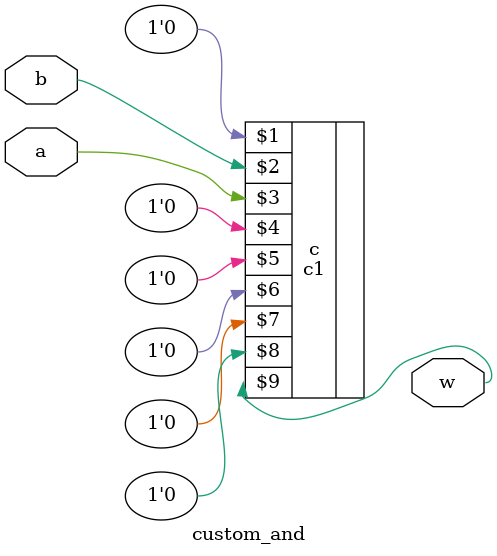
<source format=v>
module custom_and(input a,b,output w);
    c1 c(1'b0 , b , a , 1'b0 , 1'b0 ,1'b0 , 1'b0 , 1'b0, w) ;
endmodule
</source>
